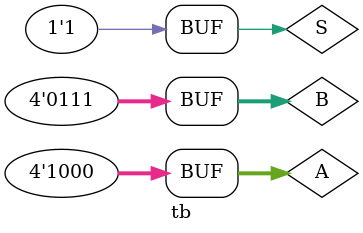
<source format=sv>
module tb();
  logic [3:0] A, B, Y;
  logic S;

  mux2x4 m(
    .A(A),
    .B(B),
    .S(S),
    .Y(Y)
  );

  initial begin
    A = 4'b0001;
    B = 4'b1110;
    S = 0;

    #1
    S = 1;

    #1
    A = 4'b0010;
    B = 4'b1101;
    S = 0;

    #1
    S = 1;

    #1
    A = 4'b0100;
    B = 4'b1011;
    S = 0;

    #1
    S = 1;

    #1
    A = 4'b1000;
    B = 4'b0111;
    S = 0;

    #1
    S = 1;
  end

  initial begin
    $dumpfile("dump.vcd");
    $dumpvars;
  end
endmodule: tb
</source>
